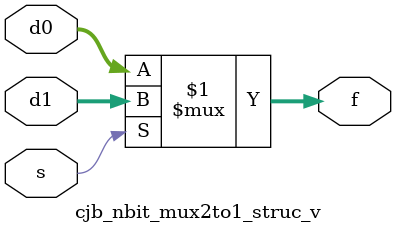
<source format=v>
/***************************************************************************************************
* File Name: cjb_nbit_mux2to1_struc_v.v
*
* Description: Structural n-bit 2-to-1 multiplexor
*
* Author: Chris Biancone, November 2021
***************************************************************************************************/

module cjb_nbit_mux2to1_struc_v (d1, d0, s, f);

parameter       n = 8;

input	  [n-1:0] d1, d0;
input           s;
output  [n-1:0] f;

assign f = s ? d1 : d0; // ternary operator: conditional assignment

endmodule

</source>
